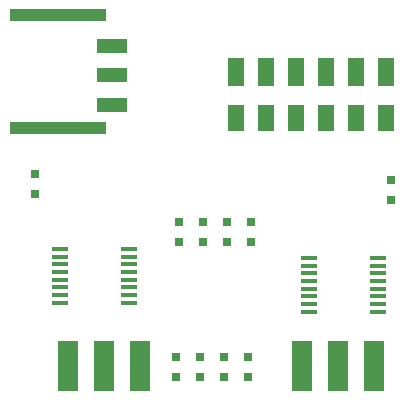
<source format=gbr>
G04 EAGLE Gerber RS-274X export*
G75*
%MOMM*%
%FSLAX34Y34*%
%LPD*%
%INSolderpaste Top*%
%IPPOS*%
%AMOC8*
5,1,8,0,0,1.08239X$1,22.5*%
G01*
%ADD10R,0.800000X0.700000*%
%ADD11R,1.473200X0.355600*%
%ADD12R,1.420019X2.340000*%
%ADD13R,1.420019X2.240000*%
%ADD14R,1.420016X2.340000*%
%ADD15R,1.420016X2.240000*%
%ADD16R,1.420009X2.340000*%
%ADD17R,1.420009X2.240000*%
%ADD18R,1.778000X4.191000*%
%ADD19R,8.200000X1.100000*%
%ADD20R,2.500000X1.250000*%


D10*
X208280Y131200D03*
X208280Y148200D03*
X187960Y131200D03*
X187960Y148200D03*
X167640Y131200D03*
X167640Y148200D03*
X147320Y131200D03*
X147320Y148200D03*
X205740Y33900D03*
X205740Y16900D03*
X185420Y33900D03*
X185420Y16900D03*
X165100Y33900D03*
X165100Y16900D03*
X144780Y33900D03*
X144780Y16900D03*
D11*
X46462Y125620D03*
X46462Y119120D03*
X46462Y112620D03*
X46462Y106120D03*
X46462Y99620D03*
X46462Y93120D03*
X46462Y86620D03*
X46462Y80120D03*
X104882Y80120D03*
X104882Y86620D03*
X104882Y93120D03*
X104882Y99620D03*
X104882Y106120D03*
X104882Y112620D03*
X104882Y119120D03*
X104882Y125620D03*
X256941Y118000D03*
X256941Y111500D03*
X256941Y105000D03*
X256941Y98500D03*
X256941Y92000D03*
X256941Y85500D03*
X256941Y79000D03*
X256941Y72500D03*
X315361Y72500D03*
X315361Y79000D03*
X315361Y85500D03*
X315361Y92000D03*
X315361Y98500D03*
X315361Y105000D03*
X315361Y111500D03*
X315361Y118000D03*
D10*
X326608Y166760D03*
X326608Y183760D03*
X25400Y171840D03*
X25400Y188840D03*
D12*
X195580Y275210D03*
D13*
X195580Y236600D03*
D12*
X220980Y275210D03*
D13*
X220980Y236600D03*
D14*
X246380Y275210D03*
D15*
X246380Y236600D03*
D14*
X271780Y275210D03*
D15*
X271780Y236600D03*
D12*
X297180Y275210D03*
D13*
X297180Y236600D03*
D12*
X322580Y275210D03*
D13*
X322580Y236600D03*
D16*
X195580Y275210D03*
D17*
X195580Y236600D03*
D16*
X220980Y275210D03*
D17*
X220980Y236600D03*
D16*
X246380Y275210D03*
D17*
X246380Y236600D03*
D16*
X271780Y275210D03*
D17*
X271780Y236600D03*
D16*
X297180Y275210D03*
D17*
X297180Y236600D03*
D16*
X322580Y275210D03*
D17*
X322580Y236600D03*
D18*
X83820Y26670D03*
X53340Y26670D03*
X114300Y26670D03*
X281940Y26670D03*
X251460Y26670D03*
X312420Y26670D03*
D19*
X44540Y323200D03*
X44540Y228200D03*
D20*
X90040Y297660D03*
X90040Y272660D03*
X90040Y247660D03*
M02*

</source>
